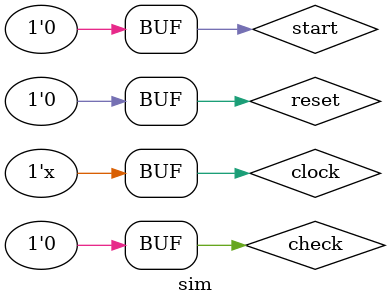
<source format=v>
`timescale 1ns / 1ps

module sim;
  reg  clock;
  reg  reset;
  reg  start;
  reg  check;
  wire finish;
  wire correct;

  always #5 clock = ~clock;

  FPGAShell shell (
      .clock  (clock),
      .reset  (reset),
      .start  (start),
      .check  (check),
      .finish (finish),
      .correct(correct)
  );

  initial begin
    clock = 1'b0;
    reset = 1'b0;
    start = 1'b0;
    check = 1'b0;
    #10 reset = 1'b0;
    #20 start = 1'b1;
    #30 start = 1'b0;
    #200 check = 1'b1;
    #210 check = 1'b0;
  end

endmodule

</source>
